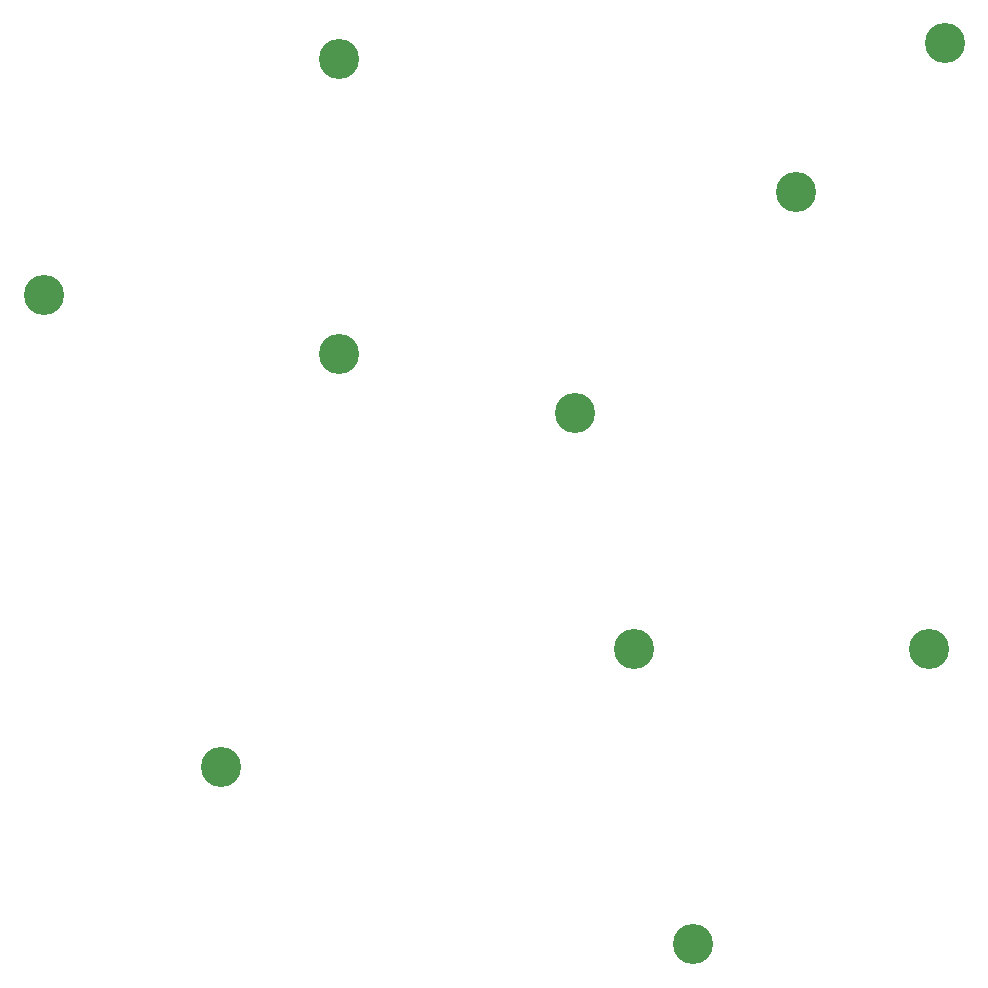
<source format=gbr>
G04 #@! TF.FileFunction,Soldermask,Top*
%FSLAX46Y46*%
G04 Gerber Fmt 4.6, Leading zero omitted, Abs format (unit mm)*
G04 Created by KiCad (PCBNEW 4.0.6) date 12/04/17 20:42:47*
%MOMM*%
%LPD*%
G01*
G04 APERTURE LIST*
%ADD10C,0.050000*%
%ADD11C,3.400000*%
G04 APERTURE END LIST*
D10*
D11*
X145000000Y-85000000D03*
X115000000Y-115000000D03*
X175000000Y-105000000D03*
X100000000Y-75000000D03*
X155000000Y-130000000D03*
X125000000Y-55000000D03*
X125000000Y-80000000D03*
X150000000Y-105000000D03*
X176293250Y-53706750D03*
X163706750Y-66293250D03*
M02*

</source>
